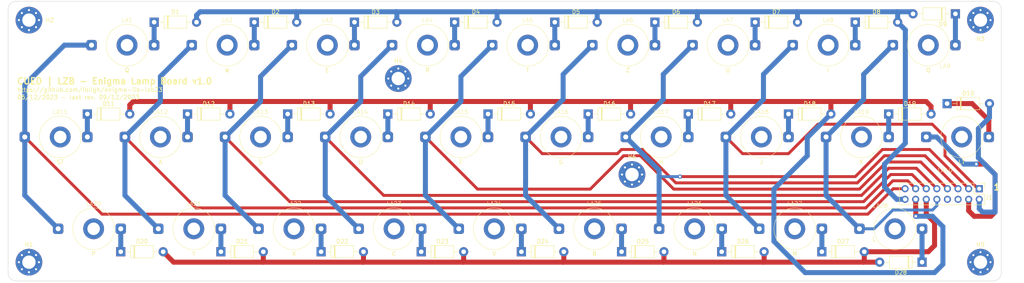
<source format=kicad_pcb>
(kicad_pcb (version 20221018) (generator pcbnew)
  (layers (0 "F.Cu" signal) (31 "B.Cu" signal) (34 "B.Paste" user) (35 "F.Paste" user) (36 "B.SilkS" user "B.Silkscreen") (37 "F.SilkS" user "F.Silkscreen") (38 "B.Mask" user) (39 "F.Mask" user) (44 "Edge.Cuts" user))
  (net 0 "")
  (net 1 "/row1")
  (net 2 "/row2")
  (net 3 "/row3")
  (net 4 "/col8")
  (net 5 "/col7")
  (net 6 "/col6")
  (net 7 "/col5")
  (net 8 "/col4")
  (net 9 "/col9")
  (net 10 "/col3")
  (net 11 "/col2")
  (net 12 "/col1")
  (net 13 "/LT+")
  (net 14 "/LT-")
  (net 17 "/Q")
  (net 18 "/W")
  (net 19 "/E")
  (net 20 "/R")
  (net 21 "/T")
  (net 22 "/Z")
  (net 23 "/U")
  (net 24 "/I")
  (net 25 "/O")
  (net 26 "/LT")
  (net 27 "/ST")
  (net 28 "/A")
  (net 29 "/S")
  (net 30 "/D")
  (net 31 "/F")
  (net 32 "/G")
  (net 33 "/H")
  (net 34 "/J")
  (net 35 "/K")
  (net 36 "/P")
  (net 37 "/Y")
  (net 38 "/X")
  (net 39 "/C")
  (net 40 "/V")
  (net 41 "/B")
  (net 42 "/N")
  (net 43 "/M")
  (net 44 "/L")
  (footprint "user_global_footprints:D_DO-41_SOD81_P10.16mm_Horizontal_no_cathode" (layer "F.Cu") (at 252 63 180)
    (fp_text reference "D9")
    (fp_text value "D")
  )
  (footprint "user_global_footprints:D_DO-41_SOD81_P10.16mm_Horizontal_no_cathode" (layer "F.Cu") (at 204 65)
    (fp_text reference "D7")
    (fp_text value "D")
  )
  (footprint "user_global_footprints:D_DO-41_SOD81_P10.16mm_Horizontal_no_cathode" (layer "F.Cu") (at 76 120)
    (fp_text reference "D21")
    (fp_text value "D")
  )
  (footprint "user_global_footprints:D_DO-41_SOD81_P10.16mm_Horizontal_no_cathode" (layer "F.Cu") (at 244 122.5 180)
    (fp_text reference "D28")
    (fp_text value "D")
  )
  (footprint "user_global_footprints:D_DO-41_SOD81_P10.16mm_Horizontal_no_cathode" (layer "F.Cu") (at 44 87)
    (fp_text reference "D11")
    (fp_text value "D")
  )
  (footprint "user_global_footprints:D_DO-41_SOD81_P10.16mm_Horizontal_no_cathode" (layer "F.Cu") (at 116 87)
    (fp_text reference "D14")
    (fp_text value "D")
  )
  (footprint "user_global_footprints:Bulb_Holder_Temp" (layer "F.Cu") (at 213.5 114.5)
    (fp_text reference "LA27")
    (fp_text value "M")
  )
  (footprint "user_global_footprints:Bulb_Holder_Temp" (layer "F.Cu") (at 93.5 114.5)
    (fp_text reference "LA22")
    (fp_text value "X")
  )
  (footprint "user_global_footprints:D_DO-41_SOD81_P10.16mm_Horizontal_no_cathode" (layer "F.Cu") (at 228 65)
    (fp_text reference "D8")
    (fp_text value "D")
  )
  (footprint "user_global_footprints:D_DO-41_SOD81_P10.16mm_Horizontal_no_cathode" (layer "F.Cu") (at 108 65)
    (fp_text reference "D3")
    (fp_text value "D")
  )
  (footprint "user_global_footprints:D_DO-41_SOD81_P10.16mm_Horizontal_no_cathode" (layer "F.Cu") (at 148 120)
    (fp_text reference "D24")
    (fp_text value "D")
  )
  (footprint "user_global_footprints:Bulb_Holder_Temp" (layer "F.Cu") (at 221.5 70.5)
    (fp_text reference "LA8")
    (fp_text value "I")
  )
  (footprint "user_global_footprints:Bulb_Holder_Temp" (layer "F.Cu") (at 133.5 92.5)
    (fp_text reference "LA15")
    (fp_text value "F")
  )
  (footprint "MountingHole:MountingHole_3.2mm_M3_Pad_Via" (layer "F.Cu") (at 174.5 101.5)
    (fp_text reference "H6")
    (fp_text value "MountingHole_Pad")
  )
  (footprint "MountingHole:MountingHole_3.2mm_M3_Pad_Via" (layer "F.Cu") (at 258 64.5)
    (fp_text reference "H3")
    (fp_text value "MountingHole_Pad")
  )
  (footprint "user_global_footprints:Bulb_Holder_Temp" (layer "F.Cu") (at 85.5 92.5)
    (fp_text reference "LA13")
    (fp_text value "S")
  )
  (footprint "user_global_footprints:Bulb_Holder_Temp" (layer "F.Cu") (at 117.5 114.5)
    (fp_text reference "LA23")
    (fp_text value "C")
  )
  (footprint "user_global_footprints:Bulb_Holder_Temp" (layer "F.Cu") (at 173.5 70.5)
    (fp_text reference "LA6")
    (fp_text value "Z")
  )
  (footprint "user_global_footprints:Bulb_Holder_Temp" (layer "F.Cu") (at 157.5 92.5)
    (fp_text reference "LA16")
    (fp_text value "G")
  )
  (footprint "user_global_footprints:Bulb_Holder_Temp" (layer "F.Cu") (at 205.5 92.5)
    (fp_text reference "LA18")
    (fp_text value "J")
  )
  (footprint "user_global_footprints:Bulb_Holder_Temp" (layer "F.Cu") (at 189.5 114.5)
    (fp_text reference "LA26")
    (fp_text value "N")
  )
  (footprint "user_global_footprints:Bulb_Holder_Temp" (layer "F.Cu") (at 69.5 114.5)
    (fp_text reference "LA21")
    (fp_text value "Y")
  )
  (footprint "user_global_footprints:D_DO-41_SOD81_P10.16mm_Horizontal_no_cathode" (layer "F.Cu") (at 60 65)
    (fp_text reference "D1")
    (fp_text value "D")
  )
  (footprint "user_global_footprints:D_DO-41_SOD81_P10.16mm_Horizontal_no_cathode" (layer "F.Cu") (at 172 120)
    (fp_text reference "D25")
    (fp_text value "D")
  )
  (footprint "Connector_PinHeader_2.54mm:PinHeader_2x08_P2.54mm_Vertical" (layer "F.Cu") (at 257.71 104.9 -90)
    (fp_text reference "J1")
    (fp_text value "Conn_02x08_Odd_Even")
  )
  (footprint "user_global_footprints:D_DO-41_SOD81_P10.16mm_Horizontal_no_cathode" (layer "F.Cu") (at 132 65)
    (fp_text reference "D4")
    (fp_text value "D")
  )
  (footprint "user_global_footprints:Bulb_Holder_Temp" (layer "F.Cu") (at 77.5 70.5)
    (fp_text reference "LA2")
    (fp_text value "W")
  )
  (footprint "user_global_footprints:D_DO-41_SOD81_P10.16mm_Horizontal_no_cathode" (layer "F.Cu") (at 84 65)
    (fp_text reference "D2")
    (fp_text value "D")
  )
  (footprint "user_global_footprints:D_DO-41_SOD81_P10.16mm_Horizontal_no_cathode" (layer "F.Cu") (at 180 65)
    (fp_text reference "D6")
    (fp_text value "D")
  )
  (footprint "user_global_footprints:D_DO-41_SOD81_P10.16mm_Horizontal_no_cathode" (layer "F.Cu") (at 100 120)
    (fp_text reference "D22")
    (fp_text value "D")
  )
  (footprint "user_global_footprints:Bulb_Holder_Temp" (layer "F.Cu") (at 125.5 70.5)
    (fp_text reference "LA4")
    (fp_text value "R")
  )
  (footprint "MountingHole:MountingHole_3.2mm_M3_Pad_Via" (layer "F.Cu") (at 118.5 78.5)
    (fp_text reference "H4")
    (fp_text value "MountingHole_Pad")
  )
  (footprint "user_global_footprints:D_DO-41_SOD81_P10.16mm_Horizontal_no_cathode" (layer "F.Cu") (at 52 120)
    (fp_text reference "D20")
    (fp_text value "D")
  )
  (footprint "user_global_footprints:D_DO-41_SOD81_P10.16mm_Horizontal_no_cathode" (layer "F.Cu") (at 92 87)
    (fp_text reference "D13")
    (fp_text value "D")
  )
  (footprint "user_global_footprints:D_DO-41_SOD81_P10.16mm_Horizontal_no_cathode" (layer "F.Cu") (at 212 87)
    (fp_text reference "D18")
    (fp_text value "D")
  )
  (footprint "user_global_footprints:D_DO-41_SOD81_P10.16mm_Horizontal_no_cathode" (layer "F.Cu") (at 156 65)
    (fp_text reference "D5")
    (fp_text value "D")
  )
  (footprint "user_global_footprints:D_DO-41_SOD81_P10.16mm_Horizontal_no_cathode" (layer "F.Cu") (at 236 87)
    (fp_text reference "D19")
    (fp_text value "D")
  )
  (footprint "user_global_footprints:D_DO-41_SOD81_P10.16mm_Horizontal_no_cathode" (layer "F.Cu") (at 250 84.5)
    (fp_text reference "D10")
    (fp_text value "D")
  )
  (footprint "user_global_footprints:Bulb_Holder_Temp" (layer "F.Cu") (at 101.5 70.5)
    (fp_text reference "LA3")
    (fp_text value "E")
  )
  (footprint "user_global_footprints:D_DO-41_SOD81_P10.16mm_Horizontal_no_cathode" (layer "F.Cu") (at 220 120)
    (fp_text reference "D27")
    (fp_text value "D")
  )
  (footprint "user_global_footprints:Bulb_Holder_Temp" (layer "F.Cu") (at 109.5 92.5)
    (fp_text reference "LA14")
    (fp_text value "D")
  )
  (footprint "MountingHole:MountingHole_3.2mm_M3_Pad_Via" (layer "F.Cu") (at 30 64.5)
    (fp_text reference "H2")
    (fp_text value "MountingHole_Pad")
  )
  (footprint "user_global_footprints:Bulb_Holder_Temp" (layer "F.Cu") (at 61.5 92.5)
    (fp_text reference "LA12")
    (fp_text value "A")
  )
  (footprint "user_global_footprints:Bulb_Holder_Temp" (layer "F.Cu") (at 141.5 114.5)
    (fp_text reference "LA24")
    (fp_text value "V")
  )
  (footprint "user_global_footprints:Bulb_Holder_Temp" (layer "F.Cu") (at 253.5 92.5)
    (fp_text reference "LA10")
    (fp_text value "LT")
  )
  (footprint "user_global_footprints:D_DO-41_SOD81_P10.16mm_Horizontal_no_cathode" (layer "F.Cu") (at 164 87)
    (fp_text reference "D16")
    (fp_text value "D")
  )
  (footprint "user_global_footprints:Bulb_Holder_Temp" (layer "F.Cu") (at 53.5 70.5)
    (fp_text reference "LA1")
    (fp_text value "Q")
  )
  (footprint "user_global_footprints:Bulb_Holder_Temp" (layer "F.Cu") (at 37.5 92.5)
    (fp_text reference "LA11")
    (fp_text value "ST")
  )
  (footprint "user_global_footprints:D_DO-41_SOD81_P10.16mm_Horizontal_no_cathode" (layer "F.Cu") (at 124 120)
    (fp_text reference "D23")
    (fp_text value "D")
  )
  (footprint "user_global_footprints:D_DO-41_SOD81_P10.16mm_Horizontal_no_cathode" (layer "F.Cu") (at 68 87)
    (fp_text reference "D12")
    (fp_text value "D")
  )
  (footprint "user_global_footprints:D_DO-41_SOD81_P10.16mm_Horizontal_no_cathode" (layer "F.Cu") (at 140 87)
    (fp_text reference "D15")
    (fp_text value "D")
  )
  (footprint "MountingHole:MountingHole_3.2mm_M3_Pad_Via" (layer "F.Cu") (at 30 122.5)
    (fp_text reference "H1")
    (fp_text value "MountingHole_Pad")
  )
  (footprint "user_global_footprints:Bulb_Holder_Temp" (layer "F.Cu") (at 237.5 114.5)
    (fp_text reference "LA28")
    (fp_text value "L")
  )
  (footprint "user_global_footprints:Bulb_Holder_Temp" (layer "F.Cu") (at 197.5 70.5)
    (fp_text reference "LA7")
    (fp_text value "U")
  )
  (footprint "user_global_footprints:Bulb_Holder_Temp" (layer "F.Cu") (at 165.5 114.5)
    (fp_text reference "LA25")
    (fp_text value "B")
  )
  (footprint "user_global_footprints:Bulb_Holder_Temp" (layer "F.Cu") (at 229.5 92.5)
    (fp_text reference "LA19")
    (fp_text value "K")
  )
  (footprint "user_global_footprints:D_DO-41_SOD81_P10.16mm_Horizontal_no_cathode" (layer "F.Cu") (at 196 120)
    (fp_text reference "D26")
    (fp_text value "D")
  )
  (footprint "user_global_footprints:Bulb_Holder_Temp" (layer "F.Cu") (at 149.5 70.5)
    (fp_text reference "LA5")
    (fp_text value "T")
  )
  (footprint "MountingHole:MountingHole_3.2mm_M3_Pad_Via" (layer "F.Cu") (at 258 122.5)
    (fp_text reference "H5")
    (fp_text value "MountingHole_Pad")
  )
  (footprint "user_global_footprints:Bulb_Holder_Temp" (layer "F.Cu") (at 45.5 114.5)
    (fp_text reference "LA20")
    (fp_text value "P")
  )
  (footprint "user_global_footprints:Bulb_Holder_Temp" (layer "F.Cu") (at 181.5 92.5)
    (fp_text reference "LA17")
    (fp_text value "H")
  )
  (footprint "user_global_footprints:D_DO-41_SOD81_P10.16mm_Horizontal_no_cathode" (layer "F.Cu") (at 188 87)
    (fp_text reference "D17")
    (fp_text value "D")
  )
  (footprint "user_global_footprints:Bulb_Holder_Temp" (layer "F.Cu") (at 245.5 70.5)
    (fp_text reference "LA9")
    (fp_text value "O")
  )
  (gr_line (start 25 125) (end 25 62) (stroke (width 0.1)) (layer "Edge.Cuts"))
  (gr_line (start 27 60) (end 261 60) (stroke (width 0.1)) (layer "Edge.Cuts"))
  (gr_line (start 263 62) (end 263 125) (stroke (width 0.1)) (layer "Edge.Cuts"))
  (gr_line (start 261 127) (end 27 127) (stroke (width 0.1)) (layer "Edge.Cuts"))
  (gr_arc (start 263 125) (mid 262.414214 126.414214) (end 261 127) (stroke (width 0.1)) (layer "Edge.Cuts"))
  (gr_arc (start 25 62) (mid 25.585786 60.585786) (end 27 60) (stroke (width 0.1)) (layer "Edge.Cuts"))
  (gr_arc (start 27 127) (mid 25.585786 126.414214) (end 25 125) (stroke (width 0.1)) (layer "Edge.Cuts"))
  (gr_arc (start 261 60) (mid 262.414214 60.585786) (end 263 62) (stroke (width 0.1)) (layer "Edge.Cuts"))
  (gr_text "CUED | LZB - Enigma Lamp Board v1.0" (at 27 80) (layer "F.SilkS") (effects (font (size 1.5 1.5) (thickness 0.3) bold) (justify left bottom)))
  (gr_text "06/12/2023 - last rev. 09/12/2023" (at 27.127 83.556) (layer "F.SilkS") (effects (font (size 1 1)) (justify left bottom)))
  (gr_text "1" (at 260.985 105.41) (layer "F.SilkS") (effects (font (size 1.5 1.5) (thickness 0.3) bold) (justify left bottom)))
  (gr_text "https://github.com/lbligh/enigma-iib-lzb23" (at 27.127 81.778) (layer "F.SilkS") (effects (font (size 1 1)) (justify left bottom)))
  (segment (start 190.16 65) (end 190.16 62.66) (width 1.2) (layer "B.Cu") (net 1))
  (segment (start 190.16 62.66) (end 190 62.5) (width 1.2) (layer "B.Cu") (net 1))
  (segment (start 166.16 65) (end 166.16 62.66) (width 1.2) (layer "B.Cu") (net 1))
  (segment (start 235 99) (end 240 94) (width 1.2) (layer "B.Cu") (net 1))
  (segment (start 94.16 65) (end 94.16 62.66) (width 1.2) (layer "B.Cu") (net 1))
  (segment (start 166 62.5) (end 190 62.5) (width 1.2) (layer "B.Cu") (net 1))
  (segment (start 238.16 65) (end 238.16 62.66) (width 1.2) (layer "B.Cu") (net 1))
  (segment (start 240 94) (end 240 66.84) (width 1.2) (layer "B.Cu") (net 1))
  (segment (start 142 62.5) (end 166 62.5) (width 1.2) (layer "B.Cu") (net 1))
  (segment (start 118.16 62.66) (end 118 62.5) (width 1.2) (layer "B.Cu") (net 1))
  (segment (start 241.34 62.5) (end 241.84 63) (width 1.2) (layer "B.Cu") (net 1))
  (segment (start 70.16 65) (end 70.16 63.34) (width 1.2) (layer "B.Cu") (net 1))
  (segment (start 142.16 62.66) (end 142 62.5) (width 1.2) (layer "B.Cu") (net 1))
  (segment (start 214.16 62.66) (end 214 62.5) (width 1.2) (layer "B.Cu") (net 1))
  (segment (start 237.94 107.44) (end 235 104.5) (width 1.2) (layer "B.Cu") (net 1))
  (segment (start 239.93 107.44) (end 237.94 107.44) (width 1.2) (layer "B.Cu") (net 1))
  (segment (start 166.16 62.66) (end 166 62.5) (width 1.2) (layer "B.Cu") (net 1))
  (segment (start 235 104.5) (end 235 99) (width 1.2) (layer "B.Cu") (net 1))
  (segment (start 95 62.5) (end 118 62.5) (width 1.2) (layer "B.Cu") (net 1))
  (segment (start 70.16 63.34) (end 71 62.5) (width 1.2) (layer "B.Cu") (net 1))
  (segment (start 94 62.5) (end 95 62.5) (width 1.2) (layer "B.Cu") (net 1))
  (segment (start 190 62.5) (end 214 62.5) (width 1.2) (layer "B.Cu") (net 1))
  (segment (start 238 62.5) (end 241.34 62.5) (width 1.2) (layer "B.Cu") (net 1))
  (segment (start 94.16 62.66) (end 94 62.5) (width 1.2) (layer "B.Cu") (net 1))
  (segment (start 240 66.84) (end 238.16 65) (width 1.2) (layer "B.Cu") (net 1))
  (segment (start 238.16 62.66) (end 238 62.5) (width 1.2) (layer "B.Cu") (net 1))
  (segment (start 214 62.5) (end 238 62.5) (width 1.2) (layer "B.Cu") (net 1))
  (segment (start 214.16 65) (end 214.16 62.66) (width 1.2) (layer "B.Cu") (net 1))
  (segment (start 118.16 65) (end 118.16 62.66) (width 1.2) (layer "B.Cu") (net 1))
  (segment (start 118 62.5) (end 142 62.5) (width 1.2) (layer "B.Cu") (net 1))
  (segment (start 71 62.5) (end 94 62.5) (width 1.2) (layer "B.Cu") (net 1))
  (segment (start 142.16 65) (end 142.16 62.66) (width 1.2) (layer "B.Cu") (net 1))
  (segment (start 174 84) (end 198 84) (width 1.2) (layer "F.Cu") (net 2))
  (segment (start 198 84) (end 222 84) (width 1.2) (layer "F.Cu") (net 2))
  (segment (start 242.47 109.53) (end 242.5 109.56) (width 1.2) (layer "F.Cu") (net 2))
  (segment (start 150 84) (end 174 84) (width 1.2) (layer "F.Cu") (net 2))
  (segment (start 198.16 84.16) (end 198 84) (width 1.2) (layer "F.Cu") (net 2))
  (segment (start 102 84) (end 126 84) (width 1.2) (layer "F.Cu") (net 2))
  (segment (start 78 84) (end 102 84) (width 1.2) (layer "F.Cu") (net 2))
  (segment (start 245 84) (end 246.16 85.16) (width 1.2) (layer "F.Cu") (net 2))
  (segment (start 174.16 87) (end 174.16 84.16) (width 1.2) (layer "F.Cu") (net 2))
  (segment (start 126 84) (end 150 84) (width 1.2) (layer "F.Cu") (net 2))
  (segment (start 150.16 84.16) (end 150 84) (width 1.2) (layer "F.Cu") (net 2))
  (segment (start 246.16 85.16) (end 246.16 87) (width 1.2) (layer "F.Cu") (net 2))
  (segment (start 126.16 84.16) (end 126 84) (width 1.2) (layer "F.Cu") (net 2))
  (segment (start 198.16 87) (end 198.16 84.16) (width 1.2) (layer "F.Cu") (net 2))
  (segment (start 126.16 87) (end 126.16 84.16) (width 1.2) (layer "F.Cu") (net 2))
  (segment (start 222 84) (end 245 84) (width 1.2) (layer "F.Cu") (net 2))
  (segment (start 54.16 84.84) (end 55 84) (width 1.2) (layer "F.Cu") (net 2))
  (segment (start 78.16 84.16) (end 78 84) (width 1.2) (layer "F.Cu") (net 2))
  (segment (start 55 84) (end 78 84) (width 1.2) (layer "F.Cu") (net 2))
  (segment (start 54.16 87) (end 54.16 84.84) (width 1.2) (layer "F.Cu") (net 2))
  (segment (start 102.16 84.16) (end 102 84) (width 1.2) (layer "F.Cu") (net 2))
  (segment (start 242.47 107.44) (end 242.47 109.53) (width 1.2) (layer "F.Cu") (net 2))
  (segment (start 150.16 87) (end 150.16 84.16) (width 1.2) (layer "F.Cu") (net 2))
  (segment (start 174.16 84.16) (end 174 84) (width 1.2) (layer "F.Cu") (net 2))
  (segment (start 78.16 87) (end 78.16 84.16) (width 1.2) (layer "F.Cu") (net 2))
  (segment (start 222.16 84.16) (end 222 84) (width 1.2) (layer "F.Cu") (net 2))
  (segment (start 222.16 87) (end 222.16 84.16) (width 1.2) (layer "F.Cu") (net 2))
  (segment (start 242.5 109.56) (end 242.5 111.5) (width 1.2) (layer "F.Cu") (net 2))
  (segment (start 102.16 87) (end 102.16 84.16) (width 1.2) (layer "F.Cu") (net 2))
  (via (at 242.5 111.5) (size 1.2) (drill 0.6) (layers "F.Cu" "B.Cu") (net 2))
  (segment (start 249 114) (end 249 123) (width 1.2) (layer "B.Cu") (net 2))
  (segment (start 216.5 97) (end 216.5 92.66) (width 1.2) (layer "B.Cu") (net 2))
  (segment (start 208.5 105) (end 216.5 97) (width 1.2) (layer "B.Cu") (net 2))
  (segment (start 216 125) (end 208.5 117.5) (width 1.2) (layer "B.Cu") (net 2))
  (segment (start 242.5 111.5) (end 246.5 111.5) (width 1.2) (layer "B.Cu") (net 2))
  (segment (start 216.5 92.66) (end 222.16 87) (width 1.2) (layer "B.Cu") (net 2))
  (segment (start 249 123) (end 247 125) (width 1.2) (layer "B.Cu") (net 2))
  (segment (start 208.5 117.5) (end 208.5 105) (width 1.2) (layer "B.Cu") (net 2))
  (segment (start 247 125) (end 216 125) (width 1.2) (layer "B.Cu") (net 2))
  (segment (start 246.5 111.5) (end 249 114) (width 1.2) (layer "B.Cu") (net 2))
  (segment (start 158.16 120) (end 158.16 122.34) (width 1.2) (layer "F.Cu") (net 3))
  (segment (start 230 122.5) (end 233.84 122.5) (width 1.2) (layer "F.Cu") (net 3))
  (segment (start 206.16 120) (end 206.16 122.34) (width 1.2) (layer "F.Cu") (net 3))
  (segment (start 134.16 122.34) (end 134 122.5) (width 1.2) (layer "F.Cu") (net 3))
  (segment (start 158.16 122.34) (end 158 122.5) (width 1.2) (layer "F.Cu") (net 3))
  (segment (start 134 122.5) (end 158 122.5) (width 1.2) (layer "F.Cu") (net 3))
  (segment (start 230.16 122.34) (end 230 122.5) (width 1.2) (layer "F.Cu") (net 3))
  (segment (start 86 122.5) (end 110 122.5) (width 1.2) (layer "F.Cu") (net 3))
  (segment (start 158 122.5) (end 182 122.5) (width 1.2) (layer "F.Cu") (net 3))
  (segment (start 110 122.5) (end 134 122.5) (width 1.2) (layer "F.Cu") (net 3))
  (segment (start 182.16 120) (end 182.16 122.34) (width 1.2) (layer "F.Cu") (net 3))
  (segment (start 134.16 120) (end 134.16 122.34) (width 1.2) (layer "F.Cu") (net 3))
  (segment (start 62.16 120) (end 64.66 122.5) (width 1.2) (layer "F.Cu") (net 3))
  (segment (start 206.16 122.34) (end 206 122.5) (width 1.2) (layer "F.Cu") (net 3))
  (segment (start 110.16 120) (end 110.16 122.34) (width 1.2) (layer "F.Cu") (net 3))
  (segment (start 64.66 122.5) (end 86 122.5) (width 1.2) (layer "F.Cu") (net 3))
  (segment (start 245 111) (end 245.01 110.99) (width 1.2) (layer "F.Cu") (net 3))
  (segment (start 245.5 120) (end 247 118.5) (width 1.2) (layer "F.Cu") (net 3))
  (segment (start 86.16 122.34) (end 86 122.5) (width 1.2) (layer "F.Cu") (net 3))
  (segment (start 206 122.5) (end 230 122.5) (width 1.2) (layer "F.Cu") (net 3))
  (segment (start 86.16 120) (end 86.16 122.34) (width 1.2) (layer "F.Cu") (net 3))
  (segment (start 230.16 120) (end 230.16 122.34) (width 1.2) (layer "F.Cu") (net 3))
  (segment (start 247 113) (end 245 111) (width 1.2) (layer "F.Cu") (net 3))
  (segment (start 182 122.5) (end 206 122.5) (width 1.2) (layer "F.Cu") (net 3))
  (segment (start 230.16 120) (end 245.5 120) (width 1.2) (layer "F.Cu") (net 3))
  (segment (start 110.16 122.34) (end 110 122.5) (width 1.2) (layer "F.Cu") (net 3))
  (segment (start 245.01 110.99) (end 245.01 107.44) (width 1.2) (layer "F.Cu") (net 3))
  (segment (start 182.16 122.34) (end 182 122.5) (width 1.2) (layer "F.Cu") (net 3))
  (segment (start 247 118.5) (end 247 113) (width 1.2) (layer "F.Cu") (net 3))
  (segment (start 249.5 92.5) (end 246.45 89.45) (width 0.7) (layer "F.Cu") (net 4))
  (segment (start 212 96.5) (end 201 96.5) (width 0.7) (layer "F.Cu") (net 4))
  (segment (start 257.4 104.9) (end 249.5 97) (width 0.7) (layer "F.Cu") (net 4))
  (segment (start 219.05 89.45) (end 212 96.5) (width 0.7) (layer "F.Cu") (net 4))
  (segment (start 257.71 104.9) (end 257.4 104.9) (width 0.7) (layer "F.Cu") (net 4))
  (segment (start 201 96.5) (end 197 92.5) (width 0.7) (layer "F.Cu") (net 4))
  (segment (start 249.5 97) (end 249.5 92.5) (width 0.7) (layer "F.Cu") (net 4))
  (segment (start 246.45 89.45) (end 219.05 89.45) (width 0.7) (layer "F.Cu") (net 4))
  (segment (start 206 83.5) (end 206 77.5) (width 1.2) (layer "B.Cu") (net 4))
  (segment (start 205 114.5) (end 197 106.5) (width 1.2) (layer "B.Cu") (net 4))
  (segment (start 197 92.5) (end 206 83.5) (width 1.2) (layer "B.Cu") (net 4))
  (segment (start 206 77.5) (end 213 70.5) (width 1.2) (layer "B.Cu") (net 4))
  (segment (start 197 106.5) (end 197 100.5) (width 1.2) (layer "B.Cu") (net 4))
  (segment (start 197 100.5) (end 197 92.5) (width 1.2) (layer "B.Cu") (net 4))
  (segment (start 234.5 95.5) (end 233 97) (width 0.7) (layer "F.Cu") (net 5))
  (segment (start 255.17 104.9) (end 245.77 95.5) (width 0.7) (layer "F.Cu") (net 5))
  (segment (start 208 102) (end 186 102) (width 0.7) (layer "F.Cu") (net 5))
  (segment (start 243.5 95.5) (end 234.5 95.5) (width 0.7) (layer "F.Cu") (net 5))
  (segment (start 233 97) (end 228 102) (width 0.7) (layer "F.Cu") (net 5))
  (segment (start 245.77 95.5) (end 243.5 95.5) (width 0.7) (layer "F.Cu") (net 5))
  (segment (start 228 102) (end 208 102) (width 0.7) (layer "F.Cu") (net 5))
  (via (at 186 102) (size 1) (drill 0.5) (layers "F.Cu" "B.Cu") (net 5))
  (segment (start 173 92.5) (end 181 100.5) (width 1.2) (layer "B.Cu") (net 5))
  (segment (start 182 83.5) (end 173 92.5) (width 1.2) (layer "B.Cu") (net 5))
  (segment (start 182 77.5) (end 182 83.5) (width 1.2) (layer "B.Cu") (net 5))
  (segment (start 189 70.5) (end 182 77.5) (width 1.2) (layer "B.Cu") (net 5))
  (segment (start 186 102) (end 181 102) (width 0.7) (layer "B.Cu") (net 5))
  (segment (start 181 102) (end 181 114.5) (width 1.2) (layer "B.Cu") (net 5))
  (segment (start 181 100.5) (end 181 102) (width 1.2) (layer "B.Cu") (net 5))
  (segment (start 228.5 103.5) (end 185 103.5) (width 0.7) (layer "F.Cu") (net 6))
  (segment (start 153 96.5) (end 149 92.5) (width 0.7) (layer "F.Cu") (net 6))
  (segment (start 171 96.5) (end 153 96.5) (width 0.7) (layer "F.Cu") (net 6))
  (segment (start 235 97) (end 228.5 103.5) (width 0.7) (layer "F.Cu") (net 6))
  (segment (start 252.63 104.9) (end 244.73 97) (width 0.7) (layer "F.Cu") (net 6))
  (segment (start 244.73 97) (end 235 97) (width 0.7) (layer "F.Cu") (net 6))
  (segment (start 172 95.5) (end 171 96.5) (width 0.7) (layer "F.Cu") (net 6))
  (segment (start 185 103.5) (end 177 95.5) (width 0.7) (layer "F.Cu") (net 6))
  (segment (start 177 95.5) (end 172 95.5) (width 0.7) (layer "F.Cu") (net 6))
  (segment (start 149 103.5) (end 149 92.5) (width 1.2) (layer "B.Cu") (net 6))
  (segment (start 149 92.5) (end 158 83.5) (width 1.2) (layer "B.Cu") (net 6))
  (segment (start 158 83.5) (end 158 77.5) (width 1.2) (layer "B.Cu") (net 6))
  (segment (start 158 77.5) (end 165 70.5) (width 1.2) (layer "B.Cu") (net 6))
  (segment (start 149 106.5) (end 149 103.5) (width 1.2) (layer "B.Cu") (net 6))
  (segment (start 157 114.5) (end 149 106.5) (width 1.2) (layer "B.Cu") (net 6))
  (segment (start 137.5 105) (end 125 92.5) (width 0.7) (layer "F.Cu") (net 7))
  (segment (start 229 105) (end 184.5 105) (width 0.7) (layer "F.Cu") (net 7))
  (segment (start 184.5 105) (end 176.5 97) (width 0.7) (layer "F.Cu") (net 7))
  (segment (start 164.5 105) (end 137.5 105) (width 0.7) (layer "F.Cu") (net 7))
  (segment (start 243.69 98.5) (end 235.5 98.5) (width 0.7) (layer "F.Cu") (net 7))
  (segment (start 176.5 97) (end 172.5 97) (width 0.7) (layer "F.Cu") (net 7))
  (segment (start 250.09 104.9) (end 243.69 98.5) (width 0.7) (layer "F.Cu") (net 7))
  (segment (start 235.5 98.5) (end 229 105) (width 0.7) (layer "F.Cu") (net 7))
  (segment (start 172.5 97) (end 164.5 105) (width 0.7) (layer "F.Cu") (net 7))
  (segment (start 125 106.5) (end 133 114.5) (width 1.2) (layer "B.Cu") (net 7))
  (segment (start 133.5 78) (end 133.5 84) (width 1.2) (layer "B.Cu") (net 7))
  (segment (start 125 105) (end 125 106.5) (width 1.2) (layer "B.Cu") (net 7))
  (segment (start 125 92.5) (end 125 105) (width 1.2) (layer "B.Cu") (net 7))
  (segment (start 141 70.5) (end 133.5 78) (width 1.2) (layer "B.Cu") (net 7))
  (segment (start 133.5 84) (end 125 92.5) (width 1.2) (layer "B.Cu") (net 7))
  (segment (start 229.5 106.5) (end 236 100) (width 0.7) (layer "F.Cu") (net 8))
  (segment (start 115 106.5) (end 229.5 106.5) (width 0.7) (layer "F.Cu") (net 8))
  (segment (start 236 100) (end 242.65 100) (width 0.7) (layer "F.Cu") (net 8))
  (segment (start 101 92.5) (end 115 106.5) (width 0.7) (layer "F.Cu") (net 8))
  (segment (start 242.65 100) (end 247.55 104.9) (width 0.7) (layer "F.Cu") (net 8))
  (segment (start 109.5 78) (end 117 70.5) (width 1.2) (layer "B.Cu") (net 8))
  (segment (start 109.5 84) (end 109.5 78) (width 1.2) (layer "B.Cu") (net 8))
  (segment (start 109 114.5) (end 101 106.5) (width 1.2) (layer "B.Cu") (net 8))
  (segment (start 101 106.5) (end 101 92.5) (width 1.2) (layer "B.Cu") (net 8))
  (segment (start 101 92.5) (end 109.5 84) (width 1.2) (layer "B.Cu") (net 8))
  (segment (start 221 106.5) (end 229 114.5) (width 1.2) (layer "B.Cu") (net 9))
  (segment (start 230 83.5) (end 221 92.5) (width 1.2) (layer "B.Cu") (net 9))
  (segment (start 247.55 108.95) (end 247.55 107.44) (width 0.7) (layer "B.Cu") (net 9))
  (segment (start 237 70.5) (end 230 77.5) (width 1.2) (layer "B.Cu") (net 9))
  (segment (start 237 110) (end 246.5 110) (width 0.7) (layer "B.Cu") (net 9))
  (segment (start 246.5 110) (end 247.55 108.95) (width 0.7) (layer "B.Cu") (net 9))
  (segment (start 230 77.5) (end 230 83.5) (width 1.2) (layer "B.Cu") (net 9))
  (segment (start 232.5 114.5) (end 237 110) (width 0.7) (layer "B.Cu") (net 9))
  (segment (start 229 114.5) (end 232.5 114.5) (width 0.7) (layer "B.Cu") (net 9))
  (segment (start 221 92.5) (end 221 106.5) (width 1.2) (layer "B.Cu") (net 9))
  (segment (start 92.5 108) (end 77 92.5) (width 0.7) (layer "F.Cu") (net 10))
  (segment (start 236.5 101.5) (end 230 108) (width 0.7) (layer "F.Cu") (net 10))
  (segment (start 245.01 104.9) (end 241.61 101.5) (width 0.7) (layer "F.Cu") (net 10))
  (segment (start 241.61 101.5) (end 236.5 101.5) (width 0.7) (layer "F.Cu") (net 10))
  (segment (start 230 108) (end 92.5 108) (width 0.7) (layer "F.Cu") (net 10))
  (segment (start 77 92.5) (end 77 106.5) (width 1.2) (layer "B.Cu") (net 10))
  (segment (start 77 106.5) (end 85 114.5) (width 1.2) (layer "B.Cu") (net 10))
  (segment (start 85.5 84) (end 77 92.5) (width 1.2) (layer "B.Cu") (net 10))
  (segment (start 93 70.5) (end 85.5 78) (width 1.2) (layer "B.Cu") (net 10))
  (segment (start 85.5 78) (end 85.5 84) (width 1.2) (layer "B.Cu") (net 10))
  (segment (start 230.5 109.5) (end 70 109.5) (width 0.7) (layer "F.Cu") (net 11))
  (segment (start 240.57 103) (end 237 103) (width 0.7) (layer "F.Cu") (net 11))
  (segment (start 237 103) (end 230.5 109.5) (width 0.7) (layer "F.Cu") (net 11))
  (segment (start 70 109.5) (end 53 92.5) (width 0.7) (layer "F.Cu") (net 11))
  (segment (start 242.47 104.9) (end 240.57 103) (width 0.7) (layer "F.Cu") (net 11))
  (segment (start 55.5 109) (end 53 106.5) (width 1.2) (layer "B.Cu") (net 11))
  (segment (start 61.5 78) (end 69 70.5) (width 1.2) (layer "B.Cu") (net 11))
  (segment (start 53 92.5) (end 61.5 84) (width 1.2) (layer "B.Cu") (net 11))
  (segment (start 61 114.5) (end 55.5 109) (width 1.2) (layer "B.Cu") (net 11))
  (segment (start 53 106.5) (end 53 92.5) (width 1.2) (layer "B.Cu") (net 11))
  (segment (start 61.5 84) (end 61.5 78) (width 1.2) (layer "B.Cu") (net 11))
  (segment (start 237.1 104.9) (end 231 111) (width 0.7) (layer "F.Cu") (net 12))
  (segment (start 239.93 104.9) (end 237.1 104.9) (width 0.7) (layer "F.Cu") (net 12))
  (segment (start 47.5 111) (end 29 92.5) (width 0.7) (layer "F.Cu") (net 12))
  (segment (start 231 111) (end 47.5 111) (width 0.7) (layer "F.Cu") (net 12))
  (segment (start 29 80) (end 29 106.5) (width 1.2) (layer "B.Cu") (net 12))
  (segment (start 38.5 70.5) (end 29 80) (width 1.2) (layer "B.Cu") (net 12))
  (segment (start 45 70.5) (end 38.5 70.5) (width 1.2) (layer "B.Cu") (net 12))
  (segment (start 29 106.5) (end 33 110.5) (width 1.2) (layer "B.Cu") (net 12))
  (segment (start 33 110.5) (end 37 114.5) (width 1.2) (layer "B.Cu") (net 12))
  (segment (start 261.5 110.5) (end 261.5 101.5) (width 1.2) (layer "B.Cu") (net 13))
  (segment (start 257.5 90.5) (end 260.16 87.84) (width 1.2) (layer "B.Cu") (net 13))
  (segment (start 261.5 101.5) (end 257.5 97.5) (width 1.2) (layer "B.Cu") (net 13))
  (segment (start 257.71 109.71) (end 258.5 110.5) (width 1.2) (layer "B.Cu") (net 13))
  (segment (start 260.16 87.84) (end 260.16 84.5) (width 1.2) (layer "B.Cu") (net 13))
  (segment (start 257.71 107.44) (end 257.71 109.71) (width 1.2) (layer "B.Cu") (net 13))
  (segment (start 258.5 110.5) (end 261.5 110.5) (width 1.2) (layer "B.Cu") (net 13))
  (segment (start 257.5 97.5) (end 257.5 90.5) (width 1.2) (layer "B.Cu") (net 13))
  (segment (start 256.5 111.5) (end 260.5 111.5) (width 1.2) (layer "F.Cu") (net 14))
  (segment (start 255.17 110.17) (end 256.5 111.5) (width 1.2) (layer "F.Cu") (net 14))
  (segment (start 255.17 107.44) (end 255.17 110.17) (width 1.2) (layer "F.Cu") (net 14))
  (segment (start 261.5 110.5) (end 261.5 101.5) (width 1.2) (layer "F.Cu") (net 14))
  (segment (start 260.5 111.5) (end 261.5 110.5) (width 1.2) (layer "F.Cu") (net 14))
  (segment (start 261.5 101.5) (end 259 99) (width 1.2) (layer "F.Cu") (net 14))
  (segment (start 259 99) (end 257 99) (width 1.2) (layer "F.Cu") (net 14))
  (via (at 257 99) (size 1.2) (drill 0.6) (layers "F.Cu" "B.Cu") (net 14))
  (segment (start 247.5 92.5) (end 245 92.5) (width 1.2) (layer "B.Cu") (net 14))
  (segment (start 254 99) (end 247.5 92.5) (width 1.2) (layer "B.Cu") (net 14))
  (segment (start 257 99) (end 254 99) (width 1.2) (layer "B.Cu") (net 14))
  (segment (start 60 70.5) (end 60 65) (width 1.2) (layer "B.Cu") (net 17))
  (segment (start 84 65) (end 84 70.5) (width 1.2) (layer "B.Cu") (net 18))
  (segment (start 108 65) (end 108 70.5) (width 1.2) (layer "B.Cu") (net 19))
  (segment (start 132 65) (end 132 70.5) (width 1.2) (layer "B.Cu") (net 20))
  (segment (start 156 65) (end 156 70.5) (width 1.2) (layer "B.Cu") (net 21))
  (segment (start 180 65) (end 180 70.5) (width 1.2) (layer "B.Cu") (net 22))
  (segment (start 204 65) (end 204 70.5) (width 1.2) (layer "B.Cu") (net 23))
  (segment (start 228 65) (end 228 70.5) (width 1.2) (layer "B.Cu") (net 24))
  (segment (start 252 63) (end 252 70.5) (width 1.2) (layer "B.Cu") (net 25))
  (segment (start 260 88.5) (end 260 92.5) (width 1.2) (layer "F.Cu") (net 26))
  (segment (start 250 84.5) (end 256 84.5) (width 1.2) (layer "F.Cu") (net 26))
  (segment (start 256 84.5) (end 260 88.5) (width 1.2) (layer "F.Cu") (net 26))
  (segment (start 44 87) (end 44 92.5) (width 1.2) (layer "B.Cu") (net 27))
  (segment (start 68 87) (end 68 92.5) (width 1.2) (layer "B.Cu") (net 28))
  (segment (start 92 87) (end 92 92.5) (width 1.2) (layer "B.Cu") (net 29))
  (segment (start 116 87) (end 116 92.5) (width 1.2) (layer "B.Cu") (net 30))
  (segment (start 140 87) (end 140 92.5) (width 1.2) (layer "B.Cu") (net 31))
  (segment (start 164 87) (end 164 92.5) (width 1.2) (layer "B.Cu") (net 32))
  (segment (start 188 87) (end 188 92.5) (width 1.2) (layer "B.Cu") (net 33))
  (segment (start 212 87) (end 212 92.5) (width 1.2) (layer "B.Cu") (net 34))
  (segment (start 236 87) (end 236 92.5) (width 1.2) (layer "B.Cu") (net 35))
  (segment (start 52 114.5) (end 52 120) (width 1.2) (layer "B.Cu") (net 36))
  (segment (start 76 120) (end 76 114.5) (width 1.2) (layer "B.Cu") (net 37))
  (segment (start 100 120) (end 100 114.5) (width 1.2) (layer "B.Cu") (net 38))
  (segment (start 124 120) (end 124 114.5) (width 1.2) (layer "B.Cu") (net 39))
  (segment (start 148 120) (end 148 114.5) (width 1.2) (layer "B.Cu") (net 40))
  (segment (start 172 120) (end 172 114.5) (width 1.2) (layer "B.Cu") (net 41))
  (segment (start 196 120) (end 196 114.5) (width 1.2) (layer "B.Cu") (net 42))
  (segment (start 220 120) (end 220 114.5) (width 1.2) (layer "B.Cu") (net 43))
  (segment (start 244 122.5) (end 244 114.5) (width 1.2) (layer "B.Cu") (net 44))
)
</source>
